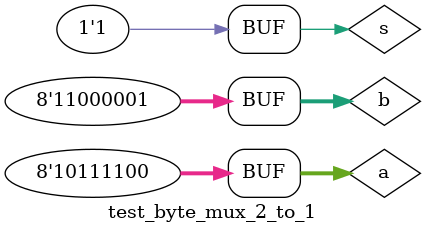
<source format=v>
`timescale 1ns / 1ps


module test_byte_mux_2_to_1;

	// Inputs
	reg [7:0] a;
	reg [7:0] b;
	reg s;

	// Outputs
	wire [7:0] o;

	// Instantiate the Unit Under Test (UUT)
	byte_mux_2_to_1 uut (
		.a(a), 
		.b(b), 
		.s(s), 
		.o(o)
	);

	initial begin
		// Initialize Inputs
		a = 0;
		b = 0;
		s = 0;

		// Wait 100 ns for global reset to finish
		#100;
        
		// Add stimulus here
		a = 8'b01000100;
		b = 8'b00100101;
		s = 0;
		#100;
		
		a = 8'b10011001;
		b = 8'b10000011;
		s = 1;
		#100;
		
		a = 8'b11100010;
		b = 8'b00011011;
		s = 0;
		#100;
		
		a = 8'b01101100;
		b = 8'b00001111;
		s = 1;
		#100;
		
		a = 8'b10111100;
		b = 8'b11000001;
		s = 1;
		#100;

	end
      
endmodule


</source>
